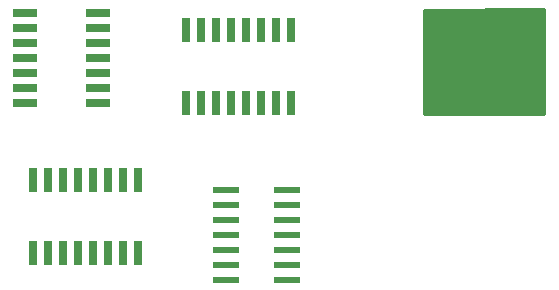
<source format=gtp>
G75*
%MOIN*%
%OFA0B0*%
%FSLAX25Y25*%
%IPPOS*%
%LPD*%
%AMOC8*
5,1,8,0,0,1.08239X$1,22.5*
%
%ADD10C,0.01600*%
%ADD11R,0.02600X0.08000*%
%ADD12R,0.08661X0.02362*%
%ADD13R,0.08000X0.02600*%
D10*
X0214000Y0129000D02*
X0214000Y0163000D01*
X0253500Y0163500D01*
X0253500Y0129000D01*
X0214000Y0129000D01*
X0214000Y0130381D02*
X0253500Y0130381D01*
X0253500Y0131979D02*
X0214000Y0131979D01*
X0214000Y0133578D02*
X0253500Y0133578D01*
X0253500Y0135176D02*
X0214000Y0135176D01*
X0214000Y0136775D02*
X0253500Y0136775D01*
X0253500Y0138373D02*
X0214000Y0138373D01*
X0214000Y0139972D02*
X0253500Y0139972D01*
X0253500Y0141570D02*
X0214000Y0141570D01*
X0214000Y0143169D02*
X0253500Y0143169D01*
X0253500Y0144768D02*
X0214000Y0144768D01*
X0214000Y0146366D02*
X0253500Y0146366D01*
X0253500Y0147965D02*
X0214000Y0147965D01*
X0214000Y0149563D02*
X0253500Y0149563D01*
X0253500Y0151162D02*
X0214000Y0151162D01*
X0214000Y0152760D02*
X0253500Y0152760D01*
X0253500Y0154359D02*
X0214000Y0154359D01*
X0214000Y0155957D02*
X0253500Y0155957D01*
X0253500Y0157556D02*
X0214000Y0157556D01*
X0214000Y0159154D02*
X0253500Y0159154D01*
X0253500Y0160753D02*
X0214000Y0160753D01*
X0214000Y0162351D02*
X0253500Y0162351D01*
D11*
X0083500Y0082400D03*
X0088500Y0082400D03*
X0093500Y0082400D03*
X0098500Y0082400D03*
X0103500Y0082400D03*
X0108500Y0082400D03*
X0113500Y0082400D03*
X0118500Y0082400D03*
X0118500Y0106600D03*
X0113500Y0106600D03*
X0108500Y0106600D03*
X0103500Y0106600D03*
X0098500Y0106600D03*
X0093500Y0106600D03*
X0088500Y0106600D03*
X0083500Y0106600D03*
X0134500Y0132400D03*
X0139500Y0132400D03*
X0144500Y0132400D03*
X0149500Y0132400D03*
X0154500Y0132400D03*
X0159500Y0132400D03*
X0164500Y0132400D03*
X0169500Y0132400D03*
X0169500Y0156600D03*
X0164500Y0156600D03*
X0159500Y0156600D03*
X0154500Y0156600D03*
X0149500Y0156600D03*
X0144500Y0156600D03*
X0139500Y0156600D03*
X0134500Y0156600D03*
D12*
X0147764Y0103500D03*
X0147764Y0098500D03*
X0147764Y0093500D03*
X0147764Y0088500D03*
X0147764Y0083500D03*
X0147764Y0078500D03*
X0147764Y0073500D03*
X0168236Y0073500D03*
X0168236Y0078500D03*
X0168236Y0083500D03*
X0168236Y0088500D03*
X0168236Y0093500D03*
X0168236Y0098500D03*
X0168236Y0103500D03*
D13*
X0105100Y0132500D03*
X0105100Y0137500D03*
X0105100Y0142500D03*
X0105100Y0147500D03*
X0105100Y0152500D03*
X0105100Y0157500D03*
X0105100Y0162500D03*
X0080900Y0162500D03*
X0080900Y0157500D03*
X0080900Y0152500D03*
X0080900Y0147500D03*
X0080900Y0142500D03*
X0080900Y0137500D03*
X0080900Y0132500D03*
M02*

</source>
